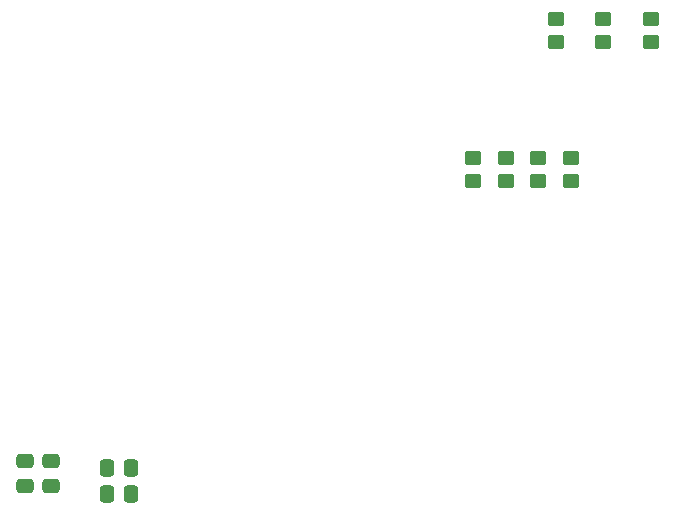
<source format=gbp>
%TF.GenerationSoftware,KiCad,Pcbnew,8.0.0*%
%TF.CreationDate,2024-03-16T12:32:21-04:00*%
%TF.ProjectId,AMP_PCBv3,414d505f-5043-4427-9633-2e6b69636164,A*%
%TF.SameCoordinates,Original*%
%TF.FileFunction,Paste,Bot*%
%TF.FilePolarity,Positive*%
%FSLAX46Y46*%
G04 Gerber Fmt 4.6, Leading zero omitted, Abs format (unit mm)*
G04 Created by KiCad (PCBNEW 8.0.0) date 2024-03-16 12:32:21*
%MOMM*%
%LPD*%
G01*
G04 APERTURE LIST*
G04 Aperture macros list*
%AMRoundRect*
0 Rectangle with rounded corners*
0 $1 Rounding radius*
0 $2 $3 $4 $5 $6 $7 $8 $9 X,Y pos of 4 corners*
0 Add a 4 corners polygon primitive as box body*
4,1,4,$2,$3,$4,$5,$6,$7,$8,$9,$2,$3,0*
0 Add four circle primitives for the rounded corners*
1,1,$1+$1,$2,$3*
1,1,$1+$1,$4,$5*
1,1,$1+$1,$6,$7*
1,1,$1+$1,$8,$9*
0 Add four rect primitives between the rounded corners*
20,1,$1+$1,$2,$3,$4,$5,0*
20,1,$1+$1,$4,$5,$6,$7,0*
20,1,$1+$1,$6,$7,$8,$9,0*
20,1,$1+$1,$8,$9,$2,$3,0*%
G04 Aperture macros list end*
%ADD10RoundRect,0.250000X0.475000X-0.337500X0.475000X0.337500X-0.475000X0.337500X-0.475000X-0.337500X0*%
%ADD11RoundRect,0.250000X-0.337500X-0.475000X0.337500X-0.475000X0.337500X0.475000X-0.337500X0.475000X0*%
%ADD12RoundRect,0.250000X0.450000X-0.350000X0.450000X0.350000X-0.450000X0.350000X-0.450000X-0.350000X0*%
%ADD13RoundRect,0.250000X-0.450000X0.350000X-0.450000X-0.350000X0.450000X-0.350000X0.450000X0.350000X0*%
%ADD14RoundRect,0.250000X-0.475000X0.337500X-0.475000X-0.337500X0.475000X-0.337500X0.475000X0.337500X0*%
G04 APERTURE END LIST*
D10*
%TO.C,C21*%
X125250000Y-109287500D03*
X125250000Y-107212500D03*
%TD*%
D11*
%TO.C,C22*%
X129962500Y-110000000D03*
X132037500Y-110000000D03*
%TD*%
D12*
%TO.C,R9*%
X163750000Y-83500000D03*
X163750000Y-81500000D03*
%TD*%
D13*
%TO.C,R2*%
X172000000Y-69750000D03*
X172000000Y-71750000D03*
%TD*%
D12*
%TO.C,R10*%
X166500000Y-83500000D03*
X166500000Y-81500000D03*
%TD*%
%TO.C,R11*%
X169250000Y-83500000D03*
X169250000Y-81500000D03*
%TD*%
D13*
%TO.C,R1*%
X168000000Y-69750000D03*
X168000000Y-71750000D03*
%TD*%
D11*
%TO.C,C24*%
X129962500Y-107750000D03*
X132037500Y-107750000D03*
%TD*%
D12*
%TO.C,R8*%
X161000000Y-83500000D03*
X161000000Y-81500000D03*
%TD*%
D14*
%TO.C,C23*%
X123000000Y-107212500D03*
X123000000Y-109287500D03*
%TD*%
D13*
%TO.C,R3*%
X176000000Y-69750000D03*
X176000000Y-71750000D03*
%TD*%
M02*

</source>
